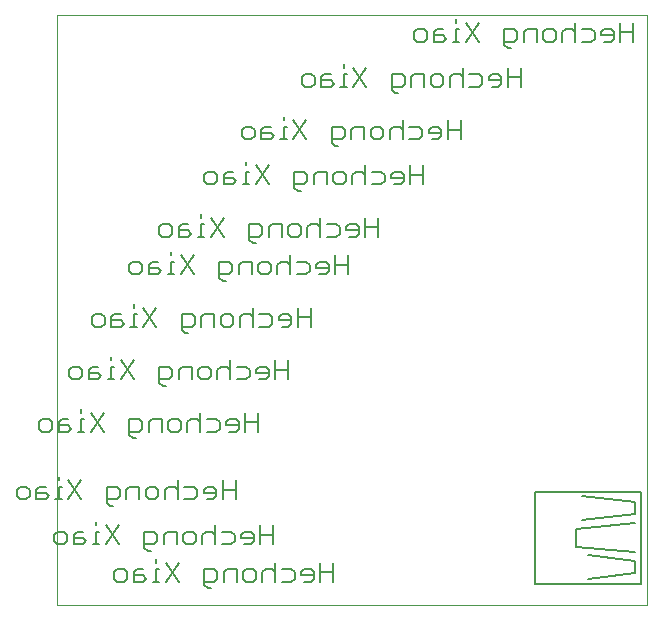
<source format=gbo>
G75*
%MOIN*%
%OFA0B0*%
%FSLAX25Y25*%
%IPPOS*%
%LPD*%
%AMOC8*
5,1,8,0,0,1.08239X$1,22.5*
%
%ADD10C,0.00000*%
%ADD11C,0.00600*%
%ADD12C,0.00500*%
D10*
X0018531Y0004500D02*
X0018531Y0201350D01*
X0215381Y0201350D01*
X0215381Y0004500D01*
X0018531Y0004500D01*
D11*
X0037709Y0013368D02*
X0037709Y0015503D01*
X0038776Y0016570D01*
X0040911Y0016570D01*
X0041979Y0015503D01*
X0041979Y0013368D01*
X0040911Y0012300D01*
X0038776Y0012300D01*
X0037709Y0013368D01*
X0044154Y0014435D02*
X0047357Y0014435D01*
X0048424Y0013368D01*
X0047357Y0012300D01*
X0044154Y0012300D01*
X0044154Y0015503D01*
X0045222Y0016570D01*
X0047357Y0016570D01*
X0051654Y0016570D02*
X0051654Y0012300D01*
X0052721Y0012300D02*
X0050586Y0012300D01*
X0054897Y0012300D02*
X0059167Y0018705D01*
X0054897Y0018705D02*
X0059167Y0012300D01*
X0052721Y0016570D02*
X0051654Y0016570D01*
X0051654Y0018705D02*
X0051654Y0019773D01*
X0049923Y0022665D02*
X0048855Y0022665D01*
X0047788Y0023732D01*
X0047788Y0029070D01*
X0050990Y0029070D01*
X0052058Y0028003D01*
X0052058Y0025868D01*
X0050990Y0024800D01*
X0047788Y0024800D01*
X0054233Y0024800D02*
X0054233Y0028003D01*
X0055301Y0029070D01*
X0058503Y0029070D01*
X0058503Y0024800D01*
X0060679Y0025868D02*
X0060679Y0028003D01*
X0061746Y0029070D01*
X0063881Y0029070D01*
X0064949Y0028003D01*
X0064949Y0025868D01*
X0063881Y0024800D01*
X0061746Y0024800D01*
X0060679Y0025868D01*
X0067124Y0024800D02*
X0067124Y0028003D01*
X0068192Y0029070D01*
X0070327Y0029070D01*
X0071394Y0028003D01*
X0073570Y0029070D02*
X0076772Y0029070D01*
X0077840Y0028003D01*
X0077840Y0025868D01*
X0076772Y0024800D01*
X0073570Y0024800D01*
X0071394Y0024800D02*
X0071394Y0031205D01*
X0070718Y0039800D02*
X0068583Y0039800D01*
X0070718Y0039800D02*
X0071785Y0040868D01*
X0071785Y0043003D01*
X0070718Y0044070D01*
X0068583Y0044070D01*
X0067515Y0043003D01*
X0067515Y0041935D01*
X0071785Y0041935D01*
X0073961Y0043003D02*
X0078231Y0043003D01*
X0078231Y0046205D02*
X0078231Y0039800D01*
X0073961Y0039800D02*
X0073961Y0046205D01*
X0065340Y0043003D02*
X0065340Y0040868D01*
X0064272Y0039800D01*
X0061070Y0039800D01*
X0058894Y0039800D02*
X0058894Y0046205D01*
X0057827Y0044070D02*
X0055692Y0044070D01*
X0054624Y0043003D01*
X0054624Y0039800D01*
X0052449Y0040868D02*
X0051381Y0039800D01*
X0049246Y0039800D01*
X0048179Y0040868D01*
X0048179Y0043003D01*
X0049246Y0044070D01*
X0051381Y0044070D01*
X0052449Y0043003D01*
X0052449Y0040868D01*
X0057827Y0044070D02*
X0058894Y0043003D01*
X0061070Y0044070D02*
X0064272Y0044070D01*
X0065340Y0043003D01*
X0080015Y0028003D02*
X0080015Y0026935D01*
X0084285Y0026935D01*
X0084285Y0025868D02*
X0084285Y0028003D01*
X0083218Y0029070D01*
X0081083Y0029070D01*
X0080015Y0028003D01*
X0081083Y0024800D02*
X0083218Y0024800D01*
X0084285Y0025868D01*
X0086461Y0024800D02*
X0086461Y0031205D01*
X0086461Y0028003D02*
X0090731Y0028003D01*
X0090731Y0031205D02*
X0090731Y0024800D01*
X0091394Y0018705D02*
X0091394Y0012300D01*
X0093570Y0012300D02*
X0096772Y0012300D01*
X0097840Y0013368D01*
X0097840Y0015503D01*
X0096772Y0016570D01*
X0093570Y0016570D01*
X0091394Y0015503D02*
X0090327Y0016570D01*
X0088192Y0016570D01*
X0087124Y0015503D01*
X0087124Y0012300D01*
X0084949Y0013368D02*
X0083881Y0012300D01*
X0081746Y0012300D01*
X0080679Y0013368D01*
X0080679Y0015503D01*
X0081746Y0016570D01*
X0083881Y0016570D01*
X0084949Y0015503D01*
X0084949Y0013368D01*
X0078503Y0012300D02*
X0078503Y0016570D01*
X0075301Y0016570D01*
X0074233Y0015503D01*
X0074233Y0012300D01*
X0072058Y0013368D02*
X0070990Y0012300D01*
X0067788Y0012300D01*
X0067788Y0011232D02*
X0067788Y0016570D01*
X0070990Y0016570D01*
X0072058Y0015503D01*
X0072058Y0013368D01*
X0068855Y0010165D02*
X0067788Y0011232D01*
X0068855Y0010165D02*
X0069923Y0010165D01*
X0039167Y0024800D02*
X0034897Y0031205D01*
X0032721Y0029070D02*
X0031654Y0029070D01*
X0031654Y0024800D01*
X0032721Y0024800D02*
X0030586Y0024800D01*
X0028424Y0025868D02*
X0027357Y0026935D01*
X0024154Y0026935D01*
X0024154Y0028003D02*
X0024154Y0024800D01*
X0027357Y0024800D01*
X0028424Y0025868D01*
X0027357Y0029070D02*
X0025222Y0029070D01*
X0024154Y0028003D01*
X0021979Y0028003D02*
X0021979Y0025868D01*
X0020911Y0024800D01*
X0018776Y0024800D01*
X0017709Y0025868D01*
X0017709Y0028003D01*
X0018776Y0029070D01*
X0020911Y0029070D01*
X0021979Y0028003D01*
X0031654Y0031205D02*
X0031654Y0032273D01*
X0036355Y0037665D02*
X0035288Y0038732D01*
X0035288Y0044070D01*
X0038490Y0044070D01*
X0039558Y0043003D01*
X0039558Y0040868D01*
X0038490Y0039800D01*
X0035288Y0039800D01*
X0036355Y0037665D02*
X0037423Y0037665D01*
X0041733Y0039800D02*
X0041733Y0043003D01*
X0042801Y0044070D01*
X0046003Y0044070D01*
X0046003Y0039800D01*
X0039167Y0031205D02*
X0034897Y0024800D01*
X0026667Y0039800D02*
X0022397Y0046205D01*
X0019154Y0046205D02*
X0019154Y0047273D01*
X0019154Y0044070D02*
X0019154Y0039800D01*
X0020221Y0039800D02*
X0018086Y0039800D01*
X0015924Y0040868D02*
X0014857Y0041935D01*
X0011654Y0041935D01*
X0011654Y0043003D02*
X0011654Y0039800D01*
X0014857Y0039800D01*
X0015924Y0040868D01*
X0014857Y0044070D02*
X0012722Y0044070D01*
X0011654Y0043003D01*
X0009479Y0043003D02*
X0009479Y0040868D01*
X0008411Y0039800D01*
X0006276Y0039800D01*
X0005209Y0040868D01*
X0005209Y0043003D01*
X0006276Y0044070D01*
X0008411Y0044070D01*
X0009479Y0043003D01*
X0019154Y0044070D02*
X0020221Y0044070D01*
X0022397Y0039800D02*
X0026667Y0046205D01*
X0026654Y0062300D02*
X0026654Y0066570D01*
X0027721Y0066570D01*
X0026654Y0068705D02*
X0026654Y0069773D01*
X0029897Y0068705D02*
X0034167Y0062300D01*
X0029897Y0062300D02*
X0034167Y0068705D01*
X0042788Y0066570D02*
X0042788Y0061232D01*
X0043855Y0060165D01*
X0044923Y0060165D01*
X0045990Y0062300D02*
X0042788Y0062300D01*
X0045990Y0062300D02*
X0047058Y0063368D01*
X0047058Y0065503D01*
X0045990Y0066570D01*
X0042788Y0066570D01*
X0049233Y0065503D02*
X0049233Y0062300D01*
X0049233Y0065503D02*
X0050301Y0066570D01*
X0053503Y0066570D01*
X0053503Y0062300D01*
X0055679Y0063368D02*
X0055679Y0065503D01*
X0056746Y0066570D01*
X0058881Y0066570D01*
X0059949Y0065503D01*
X0059949Y0063368D01*
X0058881Y0062300D01*
X0056746Y0062300D01*
X0055679Y0063368D01*
X0062124Y0062300D02*
X0062124Y0065503D01*
X0063192Y0066570D01*
X0065327Y0066570D01*
X0066394Y0065503D01*
X0068570Y0066570D02*
X0071772Y0066570D01*
X0072840Y0065503D01*
X0072840Y0063368D01*
X0071772Y0062300D01*
X0068570Y0062300D01*
X0066394Y0062300D02*
X0066394Y0068705D01*
X0075015Y0065503D02*
X0075015Y0064435D01*
X0079285Y0064435D01*
X0079285Y0063368D02*
X0079285Y0065503D01*
X0078218Y0066570D01*
X0076083Y0066570D01*
X0075015Y0065503D01*
X0076083Y0062300D02*
X0078218Y0062300D01*
X0079285Y0063368D01*
X0081461Y0062300D02*
X0081461Y0068705D01*
X0081461Y0065503D02*
X0085731Y0065503D01*
X0085731Y0068705D02*
X0085731Y0062300D01*
X0086083Y0079800D02*
X0088218Y0079800D01*
X0089285Y0080868D01*
X0089285Y0083003D01*
X0088218Y0084070D01*
X0086083Y0084070D01*
X0085015Y0083003D01*
X0085015Y0081935D01*
X0089285Y0081935D01*
X0091461Y0083003D02*
X0095731Y0083003D01*
X0095731Y0086205D02*
X0095731Y0079800D01*
X0091461Y0079800D02*
X0091461Y0086205D01*
X0082840Y0083003D02*
X0082840Y0080868D01*
X0081772Y0079800D01*
X0078570Y0079800D01*
X0076394Y0079800D02*
X0076394Y0086205D01*
X0075327Y0084070D02*
X0073192Y0084070D01*
X0072124Y0083003D01*
X0072124Y0079800D01*
X0069949Y0080868D02*
X0069949Y0083003D01*
X0068881Y0084070D01*
X0066746Y0084070D01*
X0065679Y0083003D01*
X0065679Y0080868D01*
X0066746Y0079800D01*
X0068881Y0079800D01*
X0069949Y0080868D01*
X0063503Y0079800D02*
X0063503Y0084070D01*
X0060301Y0084070D01*
X0059233Y0083003D01*
X0059233Y0079800D01*
X0057058Y0080868D02*
X0057058Y0083003D01*
X0055990Y0084070D01*
X0052788Y0084070D01*
X0052788Y0078732D01*
X0053855Y0077665D01*
X0054923Y0077665D01*
X0055990Y0079800D02*
X0052788Y0079800D01*
X0055990Y0079800D02*
X0057058Y0080868D01*
X0044167Y0079800D02*
X0039897Y0086205D01*
X0037721Y0084070D02*
X0036654Y0084070D01*
X0036654Y0079800D01*
X0037721Y0079800D02*
X0035586Y0079800D01*
X0033424Y0080868D02*
X0032357Y0081935D01*
X0029154Y0081935D01*
X0029154Y0083003D02*
X0029154Y0079800D01*
X0032357Y0079800D01*
X0033424Y0080868D01*
X0032357Y0084070D02*
X0030222Y0084070D01*
X0029154Y0083003D01*
X0026979Y0083003D02*
X0026979Y0080868D01*
X0025911Y0079800D01*
X0023776Y0079800D01*
X0022709Y0080868D01*
X0022709Y0083003D01*
X0023776Y0084070D01*
X0025911Y0084070D01*
X0026979Y0083003D01*
X0036654Y0086205D02*
X0036654Y0087273D01*
X0044167Y0086205D02*
X0039897Y0079800D01*
X0039857Y0097300D02*
X0036654Y0097300D01*
X0036654Y0100503D01*
X0037722Y0101570D01*
X0039857Y0101570D01*
X0039857Y0099435D02*
X0036654Y0099435D01*
X0034479Y0098368D02*
X0033411Y0097300D01*
X0031276Y0097300D01*
X0030209Y0098368D01*
X0030209Y0100503D01*
X0031276Y0101570D01*
X0033411Y0101570D01*
X0034479Y0100503D01*
X0034479Y0098368D01*
X0039857Y0099435D02*
X0040924Y0098368D01*
X0039857Y0097300D01*
X0043086Y0097300D02*
X0045221Y0097300D01*
X0044154Y0097300D02*
X0044154Y0101570D01*
X0045221Y0101570D01*
X0044154Y0103705D02*
X0044154Y0104773D01*
X0047397Y0103705D02*
X0051667Y0097300D01*
X0047397Y0097300D02*
X0051667Y0103705D01*
X0060288Y0101570D02*
X0060288Y0096232D01*
X0061355Y0095165D01*
X0062423Y0095165D01*
X0063490Y0097300D02*
X0060288Y0097300D01*
X0063490Y0097300D02*
X0064558Y0098368D01*
X0064558Y0100503D01*
X0063490Y0101570D01*
X0060288Y0101570D01*
X0066733Y0100503D02*
X0066733Y0097300D01*
X0066733Y0100503D02*
X0067801Y0101570D01*
X0071003Y0101570D01*
X0071003Y0097300D01*
X0073179Y0098368D02*
X0073179Y0100503D01*
X0074246Y0101570D01*
X0076381Y0101570D01*
X0077449Y0100503D01*
X0077449Y0098368D01*
X0076381Y0097300D01*
X0074246Y0097300D01*
X0073179Y0098368D01*
X0079624Y0097300D02*
X0079624Y0100503D01*
X0080692Y0101570D01*
X0082827Y0101570D01*
X0083894Y0100503D01*
X0086070Y0101570D02*
X0089272Y0101570D01*
X0090340Y0100503D01*
X0090340Y0098368D01*
X0089272Y0097300D01*
X0086070Y0097300D01*
X0083894Y0097300D02*
X0083894Y0103705D01*
X0092515Y0100503D02*
X0092515Y0099435D01*
X0096785Y0099435D01*
X0096785Y0098368D02*
X0096785Y0100503D01*
X0095718Y0101570D01*
X0093583Y0101570D01*
X0092515Y0100503D01*
X0093583Y0097300D02*
X0095718Y0097300D01*
X0096785Y0098368D01*
X0098961Y0097300D02*
X0098961Y0103705D01*
X0098961Y0100503D02*
X0103231Y0100503D01*
X0103231Y0103705D02*
X0103231Y0097300D01*
X0101772Y0114800D02*
X0098570Y0114800D01*
X0096394Y0114800D02*
X0096394Y0121205D01*
X0095327Y0119070D02*
X0093192Y0119070D01*
X0092124Y0118003D01*
X0092124Y0114800D01*
X0089949Y0115868D02*
X0088881Y0114800D01*
X0086746Y0114800D01*
X0085679Y0115868D01*
X0085679Y0118003D01*
X0086746Y0119070D01*
X0088881Y0119070D01*
X0089949Y0118003D01*
X0089949Y0115868D01*
X0095327Y0119070D02*
X0096394Y0118003D01*
X0098570Y0119070D02*
X0101772Y0119070D01*
X0102840Y0118003D01*
X0102840Y0115868D01*
X0101772Y0114800D01*
X0105015Y0116935D02*
X0109285Y0116935D01*
X0109285Y0115868D02*
X0109285Y0118003D01*
X0108218Y0119070D01*
X0106083Y0119070D01*
X0105015Y0118003D01*
X0105015Y0116935D01*
X0106083Y0114800D02*
X0108218Y0114800D01*
X0109285Y0115868D01*
X0111461Y0114800D02*
X0111461Y0121205D01*
X0111461Y0118003D02*
X0115731Y0118003D01*
X0115731Y0121205D02*
X0115731Y0114800D01*
X0116083Y0127300D02*
X0118218Y0127300D01*
X0119285Y0128368D01*
X0119285Y0130503D01*
X0118218Y0131570D01*
X0116083Y0131570D01*
X0115015Y0130503D01*
X0115015Y0129435D01*
X0119285Y0129435D01*
X0121461Y0130503D02*
X0125731Y0130503D01*
X0125731Y0133705D02*
X0125731Y0127300D01*
X0121461Y0127300D02*
X0121461Y0133705D01*
X0112840Y0130503D02*
X0112840Y0128368D01*
X0111772Y0127300D01*
X0108570Y0127300D01*
X0106394Y0127300D02*
X0106394Y0133705D01*
X0105327Y0131570D02*
X0103192Y0131570D01*
X0102124Y0130503D01*
X0102124Y0127300D01*
X0099949Y0128368D02*
X0098881Y0127300D01*
X0096746Y0127300D01*
X0095679Y0128368D01*
X0095679Y0130503D01*
X0096746Y0131570D01*
X0098881Y0131570D01*
X0099949Y0130503D01*
X0099949Y0128368D01*
X0105327Y0131570D02*
X0106394Y0130503D01*
X0108570Y0131570D02*
X0111772Y0131570D01*
X0112840Y0130503D01*
X0099923Y0142665D02*
X0098855Y0142665D01*
X0097788Y0143732D01*
X0097788Y0149070D01*
X0100990Y0149070D01*
X0102058Y0148003D01*
X0102058Y0145868D01*
X0100990Y0144800D01*
X0097788Y0144800D01*
X0104233Y0144800D02*
X0104233Y0148003D01*
X0105301Y0149070D01*
X0108503Y0149070D01*
X0108503Y0144800D01*
X0110679Y0145868D02*
X0110679Y0148003D01*
X0111746Y0149070D01*
X0113881Y0149070D01*
X0114949Y0148003D01*
X0114949Y0145868D01*
X0113881Y0144800D01*
X0111746Y0144800D01*
X0110679Y0145868D01*
X0117124Y0144800D02*
X0117124Y0148003D01*
X0118192Y0149070D01*
X0120327Y0149070D01*
X0121394Y0148003D01*
X0123570Y0149070D02*
X0126772Y0149070D01*
X0127840Y0148003D01*
X0127840Y0145868D01*
X0126772Y0144800D01*
X0123570Y0144800D01*
X0121394Y0144800D02*
X0121394Y0151205D01*
X0121003Y0159800D02*
X0121003Y0164070D01*
X0117801Y0164070D01*
X0116733Y0163003D01*
X0116733Y0159800D01*
X0114558Y0160868D02*
X0114558Y0163003D01*
X0113490Y0164070D01*
X0110288Y0164070D01*
X0110288Y0158732D01*
X0111355Y0157665D01*
X0112423Y0157665D01*
X0113490Y0159800D02*
X0110288Y0159800D01*
X0113490Y0159800D02*
X0114558Y0160868D01*
X0123179Y0160868D02*
X0123179Y0163003D01*
X0124246Y0164070D01*
X0126381Y0164070D01*
X0127449Y0163003D01*
X0127449Y0160868D01*
X0126381Y0159800D01*
X0124246Y0159800D01*
X0123179Y0160868D01*
X0129624Y0159800D02*
X0129624Y0163003D01*
X0130692Y0164070D01*
X0132827Y0164070D01*
X0133894Y0163003D01*
X0136070Y0164070D02*
X0139272Y0164070D01*
X0140340Y0163003D01*
X0140340Y0160868D01*
X0139272Y0159800D01*
X0136070Y0159800D01*
X0133894Y0159800D02*
X0133894Y0166205D01*
X0132423Y0175165D02*
X0131355Y0175165D01*
X0130288Y0176232D01*
X0130288Y0181570D01*
X0133490Y0181570D01*
X0134558Y0180503D01*
X0134558Y0178368D01*
X0133490Y0177300D01*
X0130288Y0177300D01*
X0136733Y0177300D02*
X0136733Y0180503D01*
X0137801Y0181570D01*
X0141003Y0181570D01*
X0141003Y0177300D01*
X0143179Y0178368D02*
X0143179Y0180503D01*
X0144246Y0181570D01*
X0146381Y0181570D01*
X0147449Y0180503D01*
X0147449Y0178368D01*
X0146381Y0177300D01*
X0144246Y0177300D01*
X0143179Y0178368D01*
X0149624Y0177300D02*
X0149624Y0180503D01*
X0150692Y0181570D01*
X0152827Y0181570D01*
X0153894Y0180503D01*
X0156070Y0181570D02*
X0159272Y0181570D01*
X0160340Y0180503D01*
X0160340Y0178368D01*
X0159272Y0177300D01*
X0156070Y0177300D01*
X0153894Y0177300D02*
X0153894Y0183705D01*
X0162515Y0180503D02*
X0162515Y0179435D01*
X0166785Y0179435D01*
X0166785Y0178368D02*
X0166785Y0180503D01*
X0165718Y0181570D01*
X0163583Y0181570D01*
X0162515Y0180503D01*
X0163583Y0177300D02*
X0165718Y0177300D01*
X0166785Y0178368D01*
X0168961Y0177300D02*
X0168961Y0183705D01*
X0168961Y0180503D02*
X0173231Y0180503D01*
X0173231Y0183705D02*
X0173231Y0177300D01*
X0169923Y0190165D02*
X0168855Y0190165D01*
X0167788Y0191232D01*
X0167788Y0196570D01*
X0170990Y0196570D01*
X0172058Y0195503D01*
X0172058Y0193368D01*
X0170990Y0192300D01*
X0167788Y0192300D01*
X0174233Y0192300D02*
X0174233Y0195503D01*
X0175301Y0196570D01*
X0178503Y0196570D01*
X0178503Y0192300D01*
X0180679Y0193368D02*
X0180679Y0195503D01*
X0181746Y0196570D01*
X0183881Y0196570D01*
X0184949Y0195503D01*
X0184949Y0193368D01*
X0183881Y0192300D01*
X0181746Y0192300D01*
X0180679Y0193368D01*
X0187124Y0192300D02*
X0187124Y0195503D01*
X0188192Y0196570D01*
X0190327Y0196570D01*
X0191394Y0195503D01*
X0193570Y0196570D02*
X0196772Y0196570D01*
X0197840Y0195503D01*
X0197840Y0193368D01*
X0196772Y0192300D01*
X0193570Y0192300D01*
X0191394Y0192300D02*
X0191394Y0198705D01*
X0200015Y0195503D02*
X0200015Y0194435D01*
X0204285Y0194435D01*
X0204285Y0193368D02*
X0204285Y0195503D01*
X0203218Y0196570D01*
X0201083Y0196570D01*
X0200015Y0195503D01*
X0201083Y0192300D02*
X0203218Y0192300D01*
X0204285Y0193368D01*
X0206461Y0192300D02*
X0206461Y0198705D01*
X0206461Y0195503D02*
X0210731Y0195503D01*
X0210731Y0198705D02*
X0210731Y0192300D01*
X0159167Y0192300D02*
X0154897Y0198705D01*
X0152721Y0196570D02*
X0151654Y0196570D01*
X0151654Y0192300D01*
X0152721Y0192300D02*
X0150586Y0192300D01*
X0148424Y0193368D02*
X0147357Y0194435D01*
X0144154Y0194435D01*
X0144154Y0195503D02*
X0144154Y0192300D01*
X0147357Y0192300D01*
X0148424Y0193368D01*
X0147357Y0196570D02*
X0145222Y0196570D01*
X0144154Y0195503D01*
X0141979Y0195503D02*
X0141979Y0193368D01*
X0140911Y0192300D01*
X0138776Y0192300D01*
X0137709Y0193368D01*
X0137709Y0195503D01*
X0138776Y0196570D01*
X0140911Y0196570D01*
X0141979Y0195503D01*
X0151654Y0198705D02*
X0151654Y0199773D01*
X0159167Y0198705D02*
X0154897Y0192300D01*
X0153231Y0166205D02*
X0153231Y0159800D01*
X0153231Y0163003D02*
X0148961Y0163003D01*
X0146785Y0163003D02*
X0146785Y0160868D01*
X0145718Y0159800D01*
X0143583Y0159800D01*
X0142515Y0161935D02*
X0146785Y0161935D01*
X0146785Y0163003D02*
X0145718Y0164070D01*
X0143583Y0164070D01*
X0142515Y0163003D01*
X0142515Y0161935D01*
X0148961Y0159800D02*
X0148961Y0166205D01*
X0140731Y0151205D02*
X0140731Y0144800D01*
X0140731Y0148003D02*
X0136461Y0148003D01*
X0134285Y0148003D02*
X0134285Y0145868D01*
X0133218Y0144800D01*
X0131083Y0144800D01*
X0130015Y0146935D02*
X0134285Y0146935D01*
X0134285Y0148003D02*
X0133218Y0149070D01*
X0131083Y0149070D01*
X0130015Y0148003D01*
X0130015Y0146935D01*
X0136461Y0144800D02*
X0136461Y0151205D01*
X0121667Y0177300D02*
X0117397Y0183705D01*
X0115221Y0181570D02*
X0114154Y0181570D01*
X0114154Y0177300D01*
X0115221Y0177300D02*
X0113086Y0177300D01*
X0110924Y0178368D02*
X0109857Y0179435D01*
X0106654Y0179435D01*
X0106654Y0180503D02*
X0106654Y0177300D01*
X0109857Y0177300D01*
X0110924Y0178368D01*
X0109857Y0181570D02*
X0107722Y0181570D01*
X0106654Y0180503D01*
X0104479Y0180503D02*
X0104479Y0178368D01*
X0103411Y0177300D01*
X0101276Y0177300D01*
X0100209Y0178368D01*
X0100209Y0180503D01*
X0101276Y0181570D01*
X0103411Y0181570D01*
X0104479Y0180503D01*
X0114154Y0183705D02*
X0114154Y0184773D01*
X0121667Y0183705D02*
X0117397Y0177300D01*
X0101667Y0166205D02*
X0097397Y0159800D01*
X0095221Y0159800D02*
X0093086Y0159800D01*
X0094154Y0159800D02*
X0094154Y0164070D01*
X0095221Y0164070D01*
X0094154Y0166205D02*
X0094154Y0167273D01*
X0097397Y0166205D02*
X0101667Y0159800D01*
X0090924Y0160868D02*
X0089857Y0161935D01*
X0086654Y0161935D01*
X0086654Y0163003D02*
X0086654Y0159800D01*
X0089857Y0159800D01*
X0090924Y0160868D01*
X0089857Y0164070D02*
X0087722Y0164070D01*
X0086654Y0163003D01*
X0084479Y0163003D02*
X0084479Y0160868D01*
X0083411Y0159800D01*
X0081276Y0159800D01*
X0080209Y0160868D01*
X0080209Y0163003D01*
X0081276Y0164070D01*
X0083411Y0164070D01*
X0084479Y0163003D01*
X0081654Y0152273D02*
X0081654Y0151205D01*
X0084897Y0151205D02*
X0089167Y0144800D01*
X0084897Y0144800D02*
X0089167Y0151205D01*
X0082721Y0149070D02*
X0081654Y0149070D01*
X0081654Y0144800D01*
X0082721Y0144800D02*
X0080586Y0144800D01*
X0078424Y0145868D02*
X0077357Y0146935D01*
X0074154Y0146935D01*
X0074154Y0148003D02*
X0074154Y0144800D01*
X0077357Y0144800D01*
X0078424Y0145868D01*
X0077357Y0149070D02*
X0075222Y0149070D01*
X0074154Y0148003D01*
X0071979Y0148003D02*
X0071979Y0145868D01*
X0070911Y0144800D01*
X0068776Y0144800D01*
X0067709Y0145868D01*
X0067709Y0148003D01*
X0068776Y0149070D01*
X0070911Y0149070D01*
X0071979Y0148003D01*
X0066654Y0134773D02*
X0066654Y0133705D01*
X0066654Y0131570D02*
X0066654Y0127300D01*
X0067721Y0127300D02*
X0065586Y0127300D01*
X0063424Y0128368D02*
X0062357Y0129435D01*
X0059154Y0129435D01*
X0059154Y0130503D02*
X0059154Y0127300D01*
X0062357Y0127300D01*
X0063424Y0128368D01*
X0062357Y0131570D02*
X0060222Y0131570D01*
X0059154Y0130503D01*
X0056979Y0130503D02*
X0056979Y0128368D01*
X0055911Y0127300D01*
X0053776Y0127300D01*
X0052709Y0128368D01*
X0052709Y0130503D01*
X0053776Y0131570D01*
X0055911Y0131570D01*
X0056979Y0130503D01*
X0056654Y0122273D02*
X0056654Y0121205D01*
X0056654Y0119070D02*
X0056654Y0114800D01*
X0057721Y0114800D02*
X0055586Y0114800D01*
X0053424Y0115868D02*
X0052357Y0116935D01*
X0049154Y0116935D01*
X0049154Y0118003D02*
X0049154Y0114800D01*
X0052357Y0114800D01*
X0053424Y0115868D01*
X0052357Y0119070D02*
X0050222Y0119070D01*
X0049154Y0118003D01*
X0046979Y0118003D02*
X0046979Y0115868D01*
X0045911Y0114800D01*
X0043776Y0114800D01*
X0042709Y0115868D01*
X0042709Y0118003D01*
X0043776Y0119070D01*
X0045911Y0119070D01*
X0046979Y0118003D01*
X0056654Y0119070D02*
X0057721Y0119070D01*
X0059897Y0121205D02*
X0064167Y0114800D01*
X0059897Y0114800D02*
X0064167Y0121205D01*
X0069897Y0127300D02*
X0074167Y0133705D01*
X0069897Y0133705D02*
X0074167Y0127300D01*
X0067721Y0131570D02*
X0066654Y0131570D01*
X0072788Y0119070D02*
X0075990Y0119070D01*
X0077058Y0118003D01*
X0077058Y0115868D01*
X0075990Y0114800D01*
X0072788Y0114800D01*
X0072788Y0113732D02*
X0072788Y0119070D01*
X0072788Y0113732D02*
X0073855Y0112665D01*
X0074923Y0112665D01*
X0079233Y0114800D02*
X0079233Y0118003D01*
X0080301Y0119070D01*
X0083503Y0119070D01*
X0083503Y0114800D01*
X0083855Y0125165D02*
X0082788Y0126232D01*
X0082788Y0131570D01*
X0085990Y0131570D01*
X0087058Y0130503D01*
X0087058Y0128368D01*
X0085990Y0127300D01*
X0082788Y0127300D01*
X0083855Y0125165D02*
X0084923Y0125165D01*
X0089233Y0127300D02*
X0089233Y0130503D01*
X0090301Y0131570D01*
X0093503Y0131570D01*
X0093503Y0127300D01*
X0081772Y0084070D02*
X0078570Y0084070D01*
X0076394Y0083003D02*
X0075327Y0084070D01*
X0081772Y0084070D02*
X0082840Y0083003D01*
X0027721Y0062300D02*
X0025586Y0062300D01*
X0023424Y0063368D02*
X0022357Y0064435D01*
X0019154Y0064435D01*
X0019154Y0065503D02*
X0019154Y0062300D01*
X0022357Y0062300D01*
X0023424Y0063368D01*
X0022357Y0066570D02*
X0020222Y0066570D01*
X0019154Y0065503D01*
X0016979Y0065503D02*
X0016979Y0063368D01*
X0015911Y0062300D01*
X0013776Y0062300D01*
X0012709Y0063368D01*
X0012709Y0065503D01*
X0013776Y0066570D01*
X0015911Y0066570D01*
X0016979Y0065503D01*
X0100015Y0015503D02*
X0100015Y0014435D01*
X0104285Y0014435D01*
X0104285Y0013368D02*
X0104285Y0015503D01*
X0103218Y0016570D01*
X0101083Y0016570D01*
X0100015Y0015503D01*
X0101083Y0012300D02*
X0103218Y0012300D01*
X0104285Y0013368D01*
X0106461Y0012300D02*
X0106461Y0018705D01*
X0106461Y0015503D02*
X0110731Y0015503D01*
X0110731Y0018705D02*
X0110731Y0012300D01*
D12*
X0177862Y0011646D02*
X0213295Y0011646D01*
X0213295Y0042354D01*
X0177862Y0042354D01*
X0177862Y0011646D01*
X0191641Y0024047D02*
X0191641Y0029953D01*
X0211326Y0031921D01*
X0211326Y0034874D02*
X0193610Y0032906D01*
X0193610Y0040780D02*
X0211326Y0038811D01*
X0211326Y0034874D01*
X0211326Y0022079D02*
X0191641Y0024047D01*
X0195578Y0021094D02*
X0211326Y0019126D01*
X0211326Y0015189D01*
X0195578Y0013220D01*
M02*

</source>
